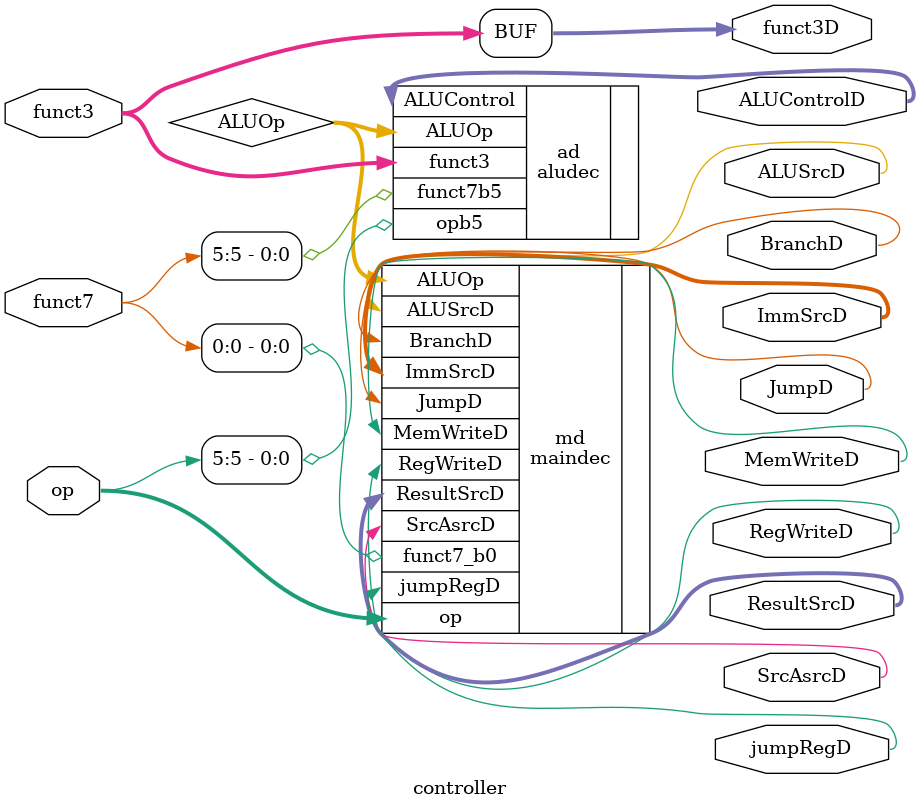
<source format=sv>
`timescale 1ns/1ps

module controller (input logic [6:0] op,
                   input logic [2:0] funct3,
                   input logic [6:0] funct7,

                    // main decoder outputs
                   output logic [2:0] ResultSrcD,
                   output logic RegWriteD,
                   output logic MemWriteD,
                   output logic JumpD,
                   output logic BranchD,
                   output logic ALUSrcD,
                   output logic [2:0] ImmSrcD,
                   output logic SrcAsrcD,
                   output logic [2:0] funct3D,
                   output logic jumpRegD,

                    // ALU decoder output
                   output logic [3:0] ALUControlD
                   );

    logic [1:0] ALUOp;
    assign funct3D = funct3;

    maindec md(
        .op(op),
        .funct7_b0(funct7[0]),
        .ResultSrcD(ResultSrcD),
        .MemWriteD(MemWriteD),
        .BranchD(BranchD),
        .ALUSrcD(ALUSrcD),
        .RegWriteD(RegWriteD),
        .JumpD(JumpD),
        .ImmSrcD(ImmSrcD),
        .ALUOp(ALUOp),
        .SrcAsrcD(SrcAsrcD),
        .jumpRegD(jumpRegD)
    );

    aludec ad(
        .opb5(op[5]),
        .funct3(funct3),
        .funct7b5(funct7[5]),
        .ALUOp(ALUOp),
        .ALUControl(ALUControlD)
    );
    
endmodule

</source>
